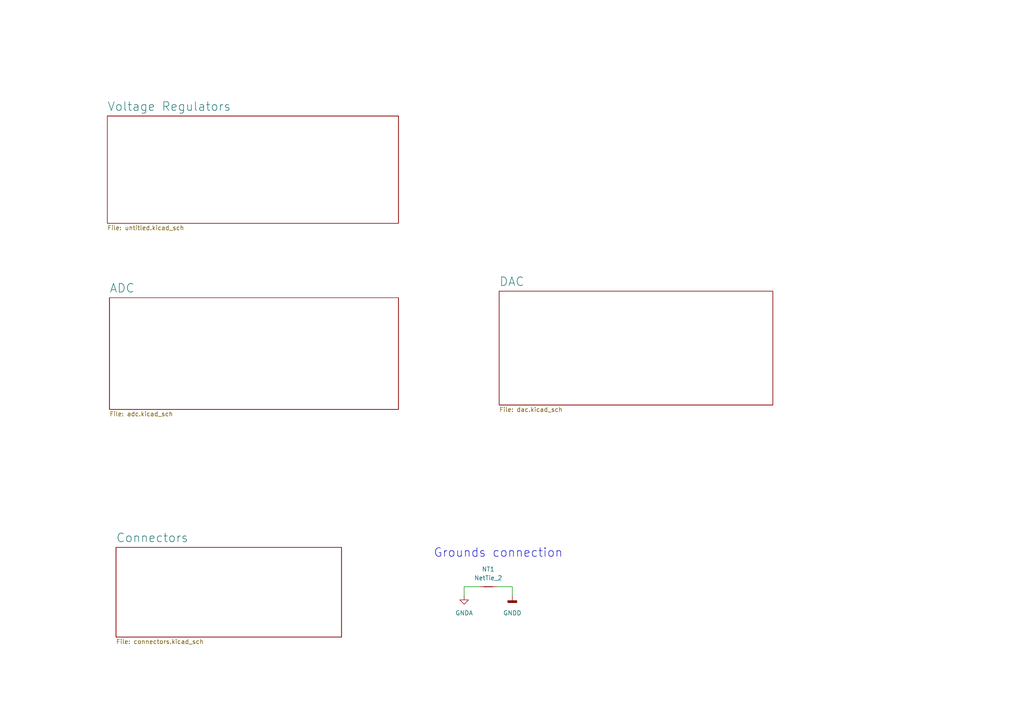
<source format=kicad_sch>
(kicad_sch (version 20230121) (generator eeschema)
  (paper "A4")
  (lib_symbols
    (symbol "Device:NetTie_2" (pin_numbers hide) (pin_names (offset 0) hide)
      (property "Reference" "NT" (at 0 1.27 0))
      (property "Value" "NetTie_2" (at 0 -1.27 0))
      (symbol "NetTie_2_0_1"
        (polyline (pts (xy -1.27 0) (xy 1.27 0)) (stroke (width 0.254)))
      )
      (symbol "NetTie_2_1_1"
        (pin passive line (at -2.54 0 0) (length 2.54) (name "1") (number "1"))
        (pin passive line (at 2.54 0 180) (length 2.54) (name "2") (number "2"))
      )
    )
    (symbol "power:GNDA" (power) (pin_names (offset 0))
      (property "Value" "GNDA" (at 0 -3.81 0))
      (symbol "GNDA_0_1"
        (polyline (pts (xy 0 0) (xy 0 -1.27) (xy 1.27 -1.27) (xy 0 -2.54) (xy -1.27 -1.27) (xy 0 -1.27)))
      )
      (symbol "GNDA_1_1"
        (pin power_in line (at 0 0 270) (length 0) hide (name "GNDA") (number "1"))
      )
    )
    (symbol "power:GNDD" (power) (pin_names (offset 0))
      (property "Value" "GNDD" (at 0 -3.175 0))
      (symbol "GNDD_0_1"
        (rectangle (start -1.27 -1.524) (end 1.27 -2.032) (stroke (width 0.254)) (fill (type outline)))
        (polyline (pts (xy 0 0) (xy 0 -1.524)))
      )
      (symbol "GNDD_1_1"
        (pin power_in line (at 0 0 270) (length 0) hide (name "GNDD") (number "1"))
      )
    )
  )
  (wire (pts (xy 148.59 170.18) (xy 144.145 170.18)))
  (wire (pts (xy 134.62 170.18) (xy 134.62 172.72)))
  (wire (pts (xy 139.065 170.18) (xy 134.62 170.18)))
  (wire (pts (xy 148.59 172.72) (xy 148.59 170.18)))
  (text "Grounds connection" (at 125.73 161.925 0) (effects (font (size 2.5 2.5)) (justify left bottom)))
  (symbol (lib_id "power:GNDA") (at 134.62 172.72 0) (unit 1)
    (property "Reference" "#PWR01" (effects hide))
    (property "Value" "GNDA" (at 134.62 177.8 0))
  )
  (symbol (lib_id "power:GNDD") (at 148.59 172.72 0) (unit 1)
    (property "Reference" "#PWR02" (effects hide))
    (property "Value" "GNDD" (at 148.59 177.8 0))
  )
  (symbol (lib_id "Device:NetTie_2") (at 141.605 170.18 0) (unit 1)
    (property "Reference" "NT1" (at 141.605 165.1 0))
    (property "Value" "NetTie_2" (at 141.605 167.64 0))
    (property "Footprint" "NetTie:NetTie-2_SMD_Pad0.5mm" (effects hide))
  )
  (sheet (at 144.78 84.455) (size 79.375 33.02) (stroke (width 0.1524))
    (property "Sheetname" "DAC" (at 144.78 83.1284 0) (effects (font (size 2.5 2.5)) (justify left bottom)))
    (property "Sheetfile" "dac.kicad_sch" (at 144.78 118.0596 0) (effects (justify left top)))
  )
  (sheet (at 33.655 158.75) (size 65.405 26.035) (stroke (width 0.1524))
    (property "Sheetname" "Connectors" (at 33.655 157.4234 0) (effects (font (size 2.5 2.5)) (justify left bottom)))
    (property "Sheetfile" "connectors.kicad_sch" (at 33.655 185.3696 0) (effects (justify left top)))
  )
  (sheet (at 31.75 86.36) (size 83.82 32.385) (stroke (width 0.1524))
    (property "Sheetname" "ADC" (at 31.75 85.0334 0) (effects (font (size 2.5 2.5)) (justify left bottom)))
    (property "Sheetfile" "adc.kicad_sch" (at 31.75 119.3296 0) (effects (justify left top)))
  )
  (sheet (at 31.115 33.655) (size 84.455 31.115) (stroke (width 0.1524))
    (property "Sheetname" "Voltage Regulators" (at 31.115 32.3284 0) (effects (font (size 2.5 2.5)) (justify left bottom)))
    (property "Sheetfile" "untitled.kicad_sch" (at 31.115 65.3546 0) (effects (justify left top)))
  )
)
</source>
